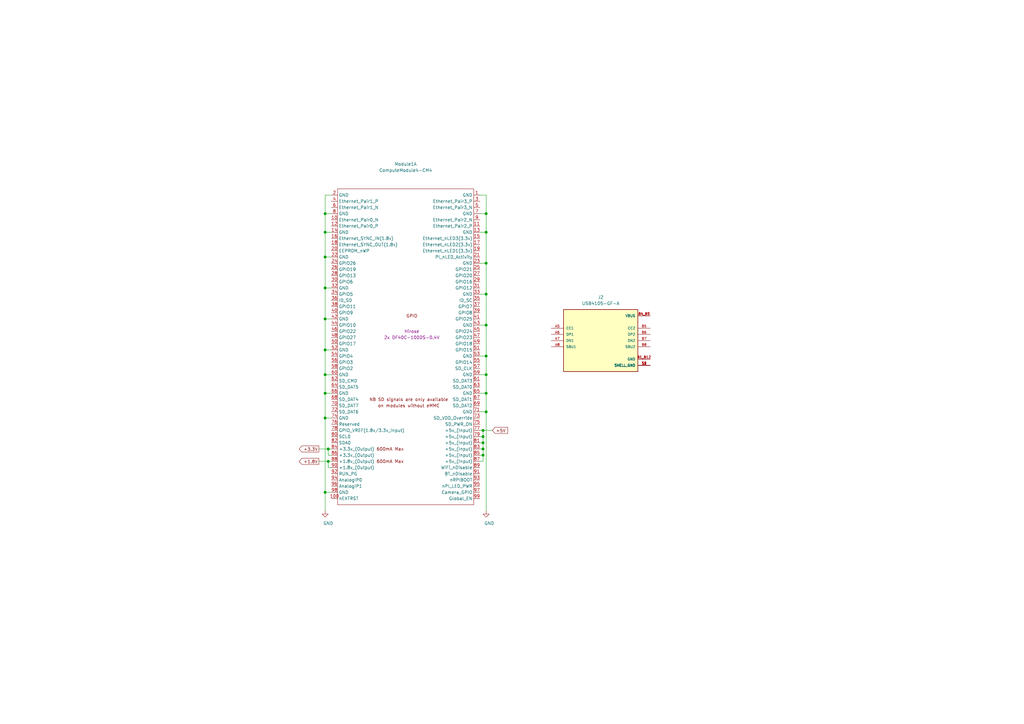
<source format=kicad_sch>
(kicad_sch (version 20230121) (generator eeschema)
  (paper "A3")
  (title_block (title "Raspberry Pi Compute Module 4 Carrier Board Prototype") (date "2023-06-21") (rev "v01") (comment 2 "creativecommons.org/licenses/by-sa/4.0") (comment 3 "License: CC BY 4.0") (comment 4 "Author: Iiro Karppanen"))
  (lib_symbols
    (symbol "CM4IO:ComputeModule4-CM4"
      (property "Reference" "Module" (at 113.03 -68.58 0))
      (property "Value" "ComputeModule4-CM4" (at 140.97 2.54 0))
      (property "Manufacturer" "Hirose" (at 0 0 0))
      (property "MPN" "2x DF40C-100DS-0.4V" (at 0 -2.54 0))
      (property "MPN (Alt)" "2x DF40HC(3.0)-100DS-0.4V" (at 0 0 0))
      (symbol "ComputeModule4-CM4_1_0"
        (text "GPIO" (at 0 6.35 0) (effects (font (size 1.27 1.27))))
      )
      (symbol "ComputeModule4-CM4_1_1"
        (rectangle (start -30.48 -71.12) (end 25.4 58.42))
        (text "600mA Max" (at -8.89 -53.34 0) (effects (font (size 1.27 1.27))))
        (text "600mA Max" (at -8.89 -48.26 0) (effects (font (size 1.27 1.27))))
        (text "NB SD signals are only available" (at -1.27 -27.94 0) (effects (font (size 1.27 1.27))))
        (text "on modules without eMMC" (at -1.27 -30.48 0) (effects (font (size 1.27 1.27))))
        (pin power_in line (at 27.94 55.88 180) (length 2.54) (name "GND") (number "1"))
        (pin passive line (at -33.02 45.72 0) (length 2.54) (name "Ethernet_Pair0_N") (number "10"))
        (pin output line (at -33.02 -68.58 0) (length 2.54) (name "nEXTRST") (number "100"))
        (pin passive line (at 27.94 43.18 180) (length 2.54) (name "Ethernet_Pair2_P") (number "11"))
        (pin passive line (at -33.02 43.18 0) (length 2.54) (name "Ethernet_Pair0_P") (number "12"))
        (pin power_in line (at 27.94 40.64 180) (length 2.54) (name "GND") (number "13"))
        (pin power_in line (at -33.02 40.64 0) (length 2.54) (name "GND") (number "14"))
        (pin output line (at 27.94 38.1 180) (length 2.54) (name "Ethernet_nLED3(3.3v)") (number "15"))
        (pin input line (at -33.02 38.1 0) (length 2.54) (name "Ethernet_SYNC_IN(1.8v)") (number "16"))
        (pin output line (at 27.94 35.56 180) (length 2.54) (name "Ethernet_nLED2(3.3v)") (number "17"))
        (pin input line (at -33.02 35.56 0) (length 2.54) (name "Ethernet_SYNC_OUT(1.8v)") (number "18"))
        (pin output line (at 27.94 33.02 180) (length 2.54) (name "Ethernet_nLED1(3.3v)") (number "19"))
        (pin power_in line (at -33.02 55.88 0) (length 2.54) (name "GND") (number "2"))
        (pin passive line (at -33.02 33.02 0) (length 2.54) (name "EEPROM_nWP") (number "20"))
        (pin open_collector line (at 27.94 30.48 180) (length 2.54) (name "PI_nLED_Activity") (number "21"))
        (pin power_in line (at -33.02 30.48 0) (length 2.54) (name "GND") (number "22"))
        (pin power_in line (at 27.94 27.94 180) (length 2.54) (name "GND") (number "23"))
        (pin passive line (at -33.02 27.94 0) (length 2.54) (name "GPIO26") (number "24"))
        (pin passive line (at 27.94 25.4 180) (length 2.54) (name "GPIO21") (number "25"))
        (pin passive line (at -33.02 25.4 0) (length 2.54) (name "GPIO19") (number "26"))
        (pin passive line (at 27.94 22.86 180) (length 2.54) (name "GPIO20") (number "27"))
        (pin passive line (at -33.02 22.86 0) (length 2.54) (name "GPIO13") (number "28"))
        (pin passive line (at 27.94 20.32 180) (length 2.54) (name "GPIO16") (number "29"))
        (pin passive line (at 27.94 53.34 180) (length 2.54) (name "Ethernet_Pair3_P") (number "3"))
        (pin passive line (at -33.02 20.32 0) (length 2.54) (name "GPIO6") (number "30"))
        (pin passive line (at 27.94 17.78 180) (length 2.54) (name "GPIO12") (number "31"))
        (pin power_in line (at -33.02 17.78 0) (length 2.54) (name "GND") (number "32"))
        (pin power_in line (at 27.94 15.24 180) (length 2.54) (name "GND") (number "33"))
        (pin passive line (at -33.02 15.24 0) (length 2.54) (name "GPIO5") (number "34"))
        (pin passive line (at 27.94 12.7 180) (length 2.54) (name "ID_SC") (number "35"))
        (pin passive line (at -33.02 12.7 0) (length 2.54) (name "ID_SD") (number "36"))
        (pin passive line (at 27.94 10.16 180) (length 2.54) (name "GPIO7") (number "37"))
        (pin passive line (at -33.02 10.16 0) (length 2.54) (name "GPIO11") (number "38"))
        (pin passive line (at 27.94 7.62 180) (length 2.54) (name "GPIO8") (number "39"))
        (pin passive line (at -33.02 53.34 0) (length 2.54) (name "Ethernet_Pair1_P") (number "4"))
        (pin passive line (at -33.02 7.62 0) (length 2.54) (name "GPIO9") (number "40"))
        (pin passive line (at 27.94 5.08 180) (length 2.54) (name "GPIO25") (number "41"))
        (pin power_in line (at -33.02 5.08 0) (length 2.54) (name "GND") (number "42"))
        (pin power_in line (at 27.94 2.54 180) (length 2.54) (name "GND") (number "43"))
        (pin passive line (at -33.02 2.54 0) (length 2.54) (name "GPIO10") (number "44"))
        (pin passive line (at 27.94 0 180) (length 2.54) (name "GPIO24") (number "45"))
        (pin passive line (at -33.02 0 0) (length 2.54) (name "GPIO22") (number "46"))
        (pin passive line (at 27.94 -2.54 180) (length 2.54) (name "GPIO23") (number "47"))
        (pin passive line (at -33.02 -2.54 0) (length 2.54) (name "GPIO27") (number "48"))
        (pin passive line (at 27.94 -5.08 180) (length 2.54) (name "GPIO18") (number "49"))
        (pin passive line (at 27.94 50.8 180) (length 2.54) (name "Ethernet_Pair3_N") (number "5"))
        (pin passive line (at -33.02 -5.08 0) (length 2.54) (name "GPIO17") (number "50"))
        (pin passive line (at 27.94 -7.62 180) (length 2.54) (name "GPIO15") (number "51"))
        (pin power_in line (at -33.02 -7.62 0) (length 2.54) (name "GND") (number "52"))
        (pin power_in line (at 27.94 -10.16 180) (length 2.54) (name "GND") (number "53"))
        (pin passive line (at -33.02 -10.16 0) (length 2.54) (name "GPIO4") (number "54"))
        (pin passive line (at 27.94 -12.7 180) (length 2.54) (name "GPIO14") (number "55"))
        (pin passive line (at -33.02 -12.7 0) (length 2.54) (name "GPIO3") (number "56"))
        (pin passive line (at 27.94 -15.24 180) (length 2.54) (name "SD_CLK") (number "57"))
        (pin passive line (at -33.02 -15.24 0) (length 2.54) (name "GPIO2") (number "58"))
        (pin power_in line (at 27.94 -17.78 180) (length 2.54) (name "GND") (number "59"))
        (pin passive line (at -33.02 50.8 0) (length 2.54) (name "Ethernet_Pair1_N") (number "6"))
        (pin power_in line (at -33.02 -17.78 0) (length 2.54) (name "GND") (number "60"))
        (pin passive line (at 27.94 -20.32 180) (length 2.54) (name "SD_DAT3") (number "61"))
        (pin passive line (at -33.02 -20.32 0) (length 2.54) (name "SD_CMD") (number "62"))
        (pin passive line (at 27.94 -22.86 180) (length 2.54) (name "SD_DAT0") (number "63"))
        (pin passive line (at -33.02 -22.86 0) (length 2.54) (name "SD_DAT5") (number "64"))
        (pin power_in line (at 27.94 -25.4 180) (length 2.54) (name "GND") (number "65"))
        (pin power_in line (at -33.02 -25.4 0) (length 2.54) (name "GND") (number "66"))
        (pin passive line (at 27.94 -27.94 180) (length 2.54) (name "SD_DAT1") (number "67"))
        (pin passive line (at -33.02 -27.94 0) (length 2.54) (name "SD_DAT4") (number "68"))
        (pin passive line (at 27.94 -30.48 180) (length 2.54) (name "SD_DAT2") (number "69"))
        (pin power_in line (at 27.94 48.26 180) (length 2.54) (name "GND") (number "7"))
        (pin passive line (at -33.02 -30.48 0) (length 2.54) (name "SD_DAT7") (number "70"))
        (pin power_in line (at 27.94 -33.02 180) (length 2.54) (name "GND") (number "71"))
        (pin passive line (at -33.02 -33.02 0) (length 2.54) (name "SD_DAT6") (number "72"))
        (pin input line (at 27.94 -35.56 180) (length 2.54) (name "SD_VDD_Override") (number "73"))
        (pin power_in line (at -33.02 -35.56 0) (length 2.54) (name "GND") (number "74"))
        (pin output line (at 27.94 -38.1 180) (length 2.54) (name "SD_PWR_ON") (number "75"))
        (pin passive line (at -33.02 -38.1 0) (length 2.54) (name "Reserved") (number "76"))
        (pin power_in line (at 27.94 -40.64 180) (length 2.54) (name "+5v_(Input)") (number "77"))
        (pin power_in line (at -33.02 -40.64 0) (length 2.54) (name "GPIO_VREF(1.8v/3.3v_Input)") (number "78"))
        (pin power_in line (at 27.94 -43.18 180) (length 2.54) (name "+5v_(Input)") (number "79"))
        (pin power_in line (at -33.02 48.26 0) (length 2.54) (name "GND") (number "8"))
        (pin passive line (at -33.02 -43.18 0) (length 2.54) (name "SCL0") (number "80"))
        (pin power_in line (at 27.94 -45.72 180) (length 2.54) (name "+5v_(Input)") (number "81"))
        (pin passive line (at -33.02 -45.72 0) (length 2.54) (name "SDA0") (number "82"))
        (pin power_in line (at 27.94 -48.26 180) (length 2.54) (name "+5v_(Input)") (number "83"))
        (pin power_out line (at -33.02 -48.26 0) (length 2.54) (name "+3.3v_(Output)") (number "84"))
        (pin power_in line (at 27.94 -50.8 180) (length 2.54) (name "+5v_(Input)") (number "85"))
        (pin power_out line (at -33.02 -50.8 0) (length 2.54) (name "+3.3v_(Output)") (number "86"))
        (pin power_in line (at 27.94 -53.34 180) (length 2.54) (name "+5v_(Input)") (number "87"))
        (pin power_out line (at -33.02 -53.34 0) (length 2.54) (name "+1.8v_(Output)") (number "88"))
        (pin power_in line (at 27.94 -55.88 180) (length 2.54) (name "WiFi_nDisable") (number "89"))
        (pin passive line (at 27.94 45.72 180) (length 2.54) (name "Ethernet_Pair2_N") (number "9"))
        (pin power_out line (at -33.02 -55.88 0) (length 2.54) (name "+1.8v_(Output)") (number "90"))
        (pin power_in line (at 27.94 -58.42 180) (length 2.54) (name "BT_nDisable") (number "91"))
        (pin passive line (at -33.02 -58.42 0) (length 2.54) (name "RUN_PG") (number "92"))
        (pin input line (at 27.94 -60.96 180) (length 2.54) (name "nRPIBOOT") (number "93"))
        (pin passive line (at -33.02 -60.96 0) (length 2.54) (name "AnalogIP0") (number "94"))
        (pin output line (at 27.94 -63.5 180) (length 2.54) (name "nPI_LED_PWR") (number "95"))
        (pin passive line (at -33.02 -63.5 0) (length 2.54) (name "AnalogIP1") (number "96"))
        (pin passive line (at 27.94 -66.04 180) (length 2.54) (name "Camera_GPIO") (number "97"))
        (pin power_in line (at -33.02 -66.04 0) (length 2.54) (name "GND") (number "98"))
        (pin input line (at 27.94 -68.58 180) (length 2.54) (name "Global_EN") (number "99"))
      )
      (symbol "ComputeModule4-CM4_2_1"
        (rectangle (start 114.3 -66.04) (end 165.1 63.5))
        (text "High Speed Serial" (at 140.97 0 0) (effects (font (size 1.27 1.27))))
        (pin input line (at 170.18 60.96 180) (length 5.08) (name "USB_OTG_ID") (number "101"))
        (pin input line (at 109.22 60.96 0) (length 5.08) (name "PCIe_CLK_nREQ") (number "102"))
        (pin passive line (at 170.18 58.42 180) (length 5.08) (name "USB2_N") (number "103"))
        (pin passive line (at 109.22 58.42 0) (length 5.08) (name "Reserved") (number "104"))
        (pin passive line (at 170.18 55.88 180) (length 5.08) (name "USB2_P") (number "105"))
        (pin passive line (at 109.22 55.88 0) (length 5.08) (name "Reserved") (number "106"))
        (pin power_in line (at 170.18 53.34 180) (length 5.08) (name "GND") (number "107"))
        (pin power_in line (at 109.22 53.34 0) (length 5.08) (name "GND") (number "108"))
        (pin bidirectional line (at 170.18 50.8 180) (length 5.08) (name "PCIe_nRST") (number "109"))
        (pin output line (at 109.22 50.8 0) (length 5.08) (name "PCIe_CLK_P") (number "110"))
        (pin passive line (at 170.18 48.26 180) (length 5.08) (name "VDAC_COMP") (number "111"))
        (pin output line (at 109.22 48.26 0) (length 5.08) (name "PCIe_CLK_N") (number "112"))
        (pin power_in line (at 170.18 45.72 180) (length 5.08) (name "GND") (number "113"))
        (pin power_in line (at 109.22 45.72 0) (length 5.08) (name "GND") (number "114"))
        (pin input line (at 170.18 43.18 180) (length 5.08) (name "CAM1_D0_N") (number "115"))
        (pin input line (at 109.22 43.18 0) (length 5.08) (name "PCIe_RX_P") (number "116"))
        (pin input line (at 170.18 40.64 180) (length 5.08) (name "CAM1_D0_P") (number "117"))
        (pin input line (at 109.22 40.64 0) (length 5.08) (name "PCIe_RX_N") (number "118"))
        (pin power_in line (at 170.18 38.1 180) (length 5.08) (name "GND") (number "119"))
        (pin power_in line (at 109.22 38.1 0) (length 5.08) (name "GND") (number "120"))
        (pin input line (at 170.18 35.56 180) (length 5.08) (name "CAM1_D1_N") (number "121"))
        (pin output line (at 109.22 35.56 0) (length 5.08) (name "PCIe_TX_P") (number "122"))
        (pin input line (at 170.18 33.02 180) (length 5.08) (name "CAM1_D1_P") (number "123"))
        (pin output line (at 109.22 33.02 0) (length 5.08) (name "PCIe_TX_N") (number "124"))
        (pin power_in line (at 170.18 30.48 180) (length 5.08) (name "GND") (number "125"))
        (pin power_in line (at 109.22 30.48 0) (length 5.08) (name "GND") (number "126"))
        (pin input line (at 170.18 27.94 180) (length 5.08) (name "CAM1_C_N") (number "127"))
        (pin input line (at 109.22 27.94 0) (length 5.08) (name "CAM0_D0_N") (number "128"))
        (pin input line (at 170.18 25.4 180) (length 5.08) (name "CAM1_C_P") (number "129"))
        (pin input line (at 109.22 25.4 0) (length 5.08) (name "CAM0_D0_P") (number "130"))
        (pin power_in line (at 170.18 22.86 180) (length 5.08) (name "GND") (number "131"))
        (pin power_in line (at 109.22 22.86 0) (length 5.08) (name "GND") (number "132"))
        (pin input line (at 170.18 20.32 180) (length 5.08) (name "CAM1_D2_N") (number "133"))
        (pin input line (at 109.22 20.32 0) (length 5.08) (name "CAM0_D1_N") (number "134"))
        (pin input line (at 170.18 17.78 180) (length 5.08) (name "CAM1_D2_P") (number "135"))
        (pin input line (at 109.22 17.78 0) (length 5.08) (name "CAM0_D1_P") (number "136"))
        (pin power_in line (at 170.18 15.24 180) (length 5.08) (name "GND") (number "137"))
        (pin power_in line (at 109.22 15.24 0) (length 5.08) (name "GND") (number "138"))
        (pin input line (at 170.18 12.7 180) (length 5.08) (name "CAM1_D3_N") (number "139"))
        (pin input line (at 109.22 12.7 0) (length 5.08) (name "CAM0_C_N") (number "140"))
        (pin input line (at 170.18 10.16 180) (length 5.08) (name "CAM1_D3_P") (number "141"))
        (pin input line (at 109.22 10.16 0) (length 5.08) (name "CAM0_C_P") (number "142"))
        (pin input line (at 170.18 7.62 180) (length 5.08) (name "HDMI1_HOTPLUG") (number "143"))
        (pin power_in line (at 109.22 7.62 0) (length 5.08) (name "GND") (number "144"))
        (pin bidirectional line (at 170.18 5.08 180) (length 5.08) (name "HDMI1_SDA") (number "145"))
        (pin output line (at 109.22 5.08 0) (length 5.08) (name "HDMI1_TX2_P") (number "146"))
        (pin open_collector line (at 170.18 2.54 180) (length 5.08) (name "HDMI1_SCL") (number "147"))
        (pin output line (at 109.22 2.54 0) (length 5.08) (name "HDMI1_TX2_N") (number "148"))
        (pin open_collector line (at 170.18 0 180) (length 5.08) (name "HDMI1_CEC") (number "149"))
        (pin power_in line (at 109.22 0 0) (length 5.08) (name "GND") (number "150"))
        (pin open_collector line (at 170.18 -2.54 180) (length 5.08) (name "HDMI0_CEC") (number "151"))
        (pin output line (at 109.22 -2.54 0) (length 5.08) (name "HDMI1_TX1_P") (number "152"))
        (pin input line (at 170.18 -5.08 180) (length 5.08) (name "HDMI0_HOTPLUG") (number "153"))
        (pin output line (at 109.22 -5.08 0) (length 5.08) (name "HDMI1_TX1_N") (number "154"))
        (pin power_in line (at 170.18 -7.62 180) (length 5.08) (name "GND") (number "155"))
        (pin power_in line (at 109.22 -7.62 0) (length 5.08) (name "GND") (number "156"))
        (pin output line (at 170.18 -10.16 180) (length 5.08) (name "DSI0_D0_N") (number "157"))
        (pin output line (at 109.22 -10.16 0) (length 5.08) (name "HDMI1_TX0_P") (number "158"))
        (pin output line (at 170.18 -12.7 180) (length 5.08) (name "DSI0_D0_P") (number "159"))
        (pin output line (at 109.22 -12.7 0) (length 5.08) (name "HDMI1_TX0_N") (number "160"))
        (pin power_in line (at 170.18 -15.24 180) (length 5.08) (name "GND") (number "161"))
        (pin power_in line (at 109.22 -15.24 0) (length 5.08) (name "GND") (number "162"))
        (pin output line (at 170.18 -17.78 180) (length 5.08) (name "DSI0_D1_N") (number "163"))
        (pin output line (at 109.22 -17.78 0) (length 5.08) (name "HDMI1_CLK_P") (number "164"))
        (pin output line (at 170.18 -20.32 180) (length 5.08) (name "DSI0_D1_P") (number "165"))
        (pin output line (at 109.22 -20.32 0) (length 5.08) (name "HDMI1_CLK_N") (number "166"))
        (pin power_in line (at 170.18 -22.86 180) (length 5.08) (name "GND") (number "167"))
        (pin power_in line (at 109.22 -22.86 0) (length 5.08) (name "GND") (number "168"))
        (pin output line (at 170.18 -25.4 180) (length 5.08) (name "DSI0_C_N") (number "169"))
        (pin output line (at 109.22 -25.4 0) (length 5.08) (name "HDMI0_TX2_P") (number "170"))
        (pin output line (at 170.18 -27.94 180) (length 5.08) (name "DSI0_C_P") (number "171"))
        (pin output line (at 109.22 -27.94 0) (length 5.08) (name "HDMI0_TX2_N") (number "172"))
        (pin power_in line (at 170.18 -30.48 180) (length 5.08) (name "GND") (number "173"))
        (pin power_in line (at 109.22 -30.48 0) (length 5.08) (name "GND") (number "174"))
        (pin output line (at 170.18 -33.02 180) (length 5.08) (name "DSI1_D0_N") (number "175"))
        (pin output line (at 109.22 -33.02 0) (length 5.08) (name "HDMI0_TX1_P") (number "176"))
        (pin output line (at 170.18 -35.56 180) (length 5.08) (name "DSI1_D0_P") (number "177"))
        (pin output line (at 109.22 -35.56 0) (length 5.08) (name "HDMI0_TX1_N") (number "178"))
        (pin power_in line (at 170.18 -38.1 180) (length 5.08) (name "GND") (number "179"))
        (pin power_in line (at 109.22 -38.1 0) (length 5.08) (name "GND") (number "180"))
        (pin output line (at 170.18 -40.64 180) (length 5.08) (name "DSI1_D1_N") (number "181"))
        (pin output line (at 109.22 -40.64 0) (length 5.08) (name "HDMI0_TX0_P") (number "182"))
        (pin output line (at 170.18 -43.18 180) (length 5.08) (name "DSI1_D1_P") (number "183"))
        (pin output line (at 109.22 -43.18 0) (length 5.08) (name "HDMI0_TX0_N") (number "184"))
        (pin power_in line (at 170.18 -45.72 180) (length 5.08) (name "GND") (number "185"))
        (pin power_in line (at 109.22 -45.72 0) (length 5.08) (name "GND") (number "186"))
        (pin output line (at 170.18 -48.26 180) (length 5.08) (name "DSI1_C_N") (number "187"))
        (pin output line (at 109.22 -48.26 0) (length 5.08) (name "HDMI0_CLK_P") (number "188"))
        (pin output line (at 170.18 -50.8 180) (length 5.08) (name "DSI1_C_P") (number "189"))
        (pin output line (at 109.22 -50.8 0) (length 5.08) (name "HDMI0_CLK_N") (number "190"))
        (pin power_in line (at 170.18 -53.34 180) (length 5.08) (name "GND") (number "191"))
        (pin power_in line (at 109.22 -53.34 0) (length 5.08) (name "GND") (number "192"))
        (pin output line (at 170.18 -55.88 180) (length 5.08) (name "DSI1_D2_N") (number "193"))
        (pin output line (at 109.22 -55.88 0) (length 5.08) (name "DSI1_D3_N") (number "194"))
        (pin output line (at 170.18 -58.42 180) (length 5.08) (name "DSI1_D2_P") (number "195"))
        (pin output line (at 109.22 -58.42 0) (length 5.08) (name "DSI1_D3_P") (number "196"))
        (pin power_in line (at 170.18 -60.96 180) (length 5.08) (name "GND") (number "197"))
        (pin power_in line (at 109.22 -60.96 0) (length 5.08) (name "GND") (number "198"))
        (pin bidirectional line (at 170.18 -63.5 180) (length 5.08) (name "HDMI0_SDA") (number "199"))
        (pin open_collector line (at 109.22 -63.5 0) (length 5.08) (name "HDMI0_SCL") (number "200"))
      )
    )
    (symbol "USB4105-GF-A:USB4105-GF-A" (pin_names (offset 1.016))
      (property "Reference" "J" (at -15.24 13.97 0))
      (property "Value" "USB4105-GF-A" (at -15.24 -15.24 0))
      (symbol "USB4105-GF-A_0_0"
        (rectangle (start -15.24 -12.7) (end 15.24 12.7) (stroke (width 0.254)) (fill (type background)))
        (pin power_in line (at 20.32 -7.62 180) (length 5.08) (name "GND") (number "A1_B12"))
        (pin power_in line (at 20.32 10.16 180) (length 5.08) (name "VBUS") (number "A4_B9"))
        (pin bidirectional line (at -20.32 5.08 0) (length 5.08) (name "CC1") (number "A5"))
        (pin bidirectional line (at -20.32 2.54 0) (length 5.08) (name "DP1") (number "A6"))
        (pin bidirectional line (at -20.32 0 0) (length 5.08) (name "DN1") (number "A7"))
        (pin bidirectional line (at -20.32 -2.54 0) (length 5.08) (name "SBU1") (number "A8"))
        (pin power_in line (at 20.32 -7.62 180) (length 5.08) (name "GND") (number "B1_A12"))
        (pin power_in line (at 20.32 10.16 180) (length 5.08) (name "VBUS") (number "B4_A9"))
        (pin bidirectional line (at 20.32 5.08 180) (length 5.08) (name "CC2") (number "B5"))
        (pin bidirectional line (at 20.32 2.54 180) (length 5.08) (name "DP2") (number "B6"))
        (pin bidirectional line (at 20.32 0 180) (length 5.08) (name "DN2") (number "B7"))
        (pin bidirectional line (at 20.32 -2.54 180) (length 5.08) (name "SBU2") (number "B8"))
        (pin power_in line (at 20.32 -10.16 180) (length 5.08) (name "SHELL_GND") (number "S1"))
        (pin power_in line (at 20.32 -10.16 180) (length 5.08) (name "SHELL_GND") (number "S2"))
        (pin power_in line (at 20.32 -10.16 180) (length 5.08) (name "SHELL_GND") (number "S3"))
        (pin power_in line (at 20.32 -10.16 180) (length 5.08) (name "SHELL_GND") (number "S4"))
      )
    )
    (symbol "power:GND" (power) (pin_names (offset 0))
      (property "Value" "GND" (at 0 -3.81 0))
      (symbol "GND_0_1"
        (polyline (pts (xy 0 0) (xy 0 -1.27) (xy 1.27 -1.27) (xy 0 -2.54) (xy -1.27 -1.27) (xy 0 -1.27)))
      )
      (symbol "GND_1_1"
        (pin power_in line (at 0 0 270) (length 0) hide (name "GND") (number "1"))
      )
    )
  )
  (junction (at 133.35 105.41) (diameter 1.016))
  (junction (at 133.35 171.45) (diameter 1.016))
  (junction (at 199.39 120.65) (diameter 1.016))
  (junction (at 199.39 146.05) (diameter 1.016))
  (junction (at 198.12 186.69) (diameter 1.016))
  (junction (at 198.12 181.61) (diameter 1.016))
  (junction (at 199.39 107.95) (diameter 1.016))
  (junction (at 133.35 130.81) (diameter 1.016))
  (junction (at 134.62 189.23) (diameter 1.016))
  (junction (at 198.12 184.15) (diameter 1.016))
  (junction (at 133.35 201.93) (diameter 1.016))
  (junction (at 133.35 153.67) (diameter 1.016))
  (junction (at 199.39 133.35) (diameter 1.016))
  (junction (at 199.39 161.29) (diameter 1.016))
  (junction (at 198.12 179.07) (diameter 1.016))
  (junction (at 134.62 184.15) (diameter 1.016))
  (junction (at 199.39 95.25) (diameter 1.016))
  (junction (at 133.35 95.25) (diameter 1.016))
  (junction (at 198.12 176.53) (diameter 1.016))
  (junction (at 133.35 87.63) (diameter 1.016))
  (junction (at 133.35 161.29) (diameter 1.016))
  (junction (at 133.35 118.11) (diameter 1.016))
  (junction (at 199.39 168.91) (diameter 1.016))
  (junction (at 199.39 153.67) (diameter 1.016))
  (junction (at 199.39 87.63) (diameter 1.016))
  (junction (at 133.35 143.51) (diameter 1.016))
  (wire (pts (xy 196.85 107.95) (xy 199.39 107.95)))
  (wire (pts (xy 196.85 186.69) (xy 198.12 186.69)))
  (wire (pts (xy 196.85 87.63) (xy 199.39 87.63)))
  (wire (pts (xy 196.85 120.65) (xy 199.39 120.65)))
  (wire (pts (xy 196.85 179.07) (xy 198.12 179.07)))
  (wire (pts (xy 198.12 181.61) (xy 198.12 179.07)))
  (wire (pts (xy 134.62 191.77) (xy 134.62 189.23)))
  (wire (pts (xy 196.85 189.23) (xy 198.12 189.23)))
  (wire (pts (xy 199.39 80.01) (xy 199.39 87.63)))
  (wire (pts (xy 134.62 184.15) (xy 135.89 184.15)))
  (wire (pts (xy 133.35 171.45) (xy 133.35 201.93)))
  (wire (pts (xy 199.39 168.91) (xy 199.39 209.55)))
  (wire (pts (xy 196.85 95.25) (xy 199.39 95.25)))
  (wire (pts (xy 196.85 181.61) (xy 198.12 181.61)))
  (wire (pts (xy 133.35 87.63) (xy 135.89 87.63)))
  (wire (pts (xy 133.35 118.11) (xy 133.35 130.81)))
  (wire (pts (xy 199.39 161.29) (xy 199.39 168.91)))
  (wire (pts (xy 198.12 179.07) (xy 198.12 176.53)))
  (wire (pts (xy 199.39 87.63) (xy 199.39 95.25)))
  (wire (pts (xy 133.35 130.81) (xy 135.89 130.81)))
  (wire (pts (xy 130.81 184.15) (xy 134.62 184.15)))
  (wire (pts (xy 196.85 133.35) (xy 199.39 133.35)))
  (wire (pts (xy 133.35 161.29) (xy 135.89 161.29)))
  (wire (pts (xy 133.35 143.51) (xy 133.35 153.67)))
  (wire (pts (xy 134.62 186.69) (xy 134.62 184.15)))
  (wire (pts (xy 133.35 80.01) (xy 133.35 87.63)))
  (wire (pts (xy 133.35 118.11) (xy 135.89 118.11)))
  (wire (pts (xy 133.35 105.41) (xy 135.89 105.41)))
  (wire (pts (xy 133.35 153.67) (xy 133.35 161.29)))
  (wire (pts (xy 199.39 95.25) (xy 199.39 107.95)))
  (wire (pts (xy 199.39 107.95) (xy 199.39 120.65)))
  (wire (pts (xy 133.35 87.63) (xy 133.35 95.25)))
  (wire (pts (xy 199.39 146.05) (xy 199.39 153.67)))
  (wire (pts (xy 199.39 120.65) (xy 199.39 133.35)))
  (wire (pts (xy 198.12 176.53) (xy 201.93 176.53)))
  (wire (pts (xy 196.85 184.15) (xy 198.12 184.15)))
  (wire (pts (xy 196.85 146.05) (xy 199.39 146.05)))
  (wire (pts (xy 135.89 191.77) (xy 134.62 191.77)))
  (wire (pts (xy 133.35 105.41) (xy 133.35 118.11)))
  (wire (pts (xy 130.81 189.23) (xy 134.62 189.23)))
  (wire (pts (xy 133.35 171.45) (xy 135.89 171.45)))
  (wire (pts (xy 133.35 201.93) (xy 135.89 201.93)))
  (wire (pts (xy 133.35 153.67) (xy 135.89 153.67)))
  (wire (pts (xy 134.62 189.23) (xy 135.89 189.23)))
  (wire (pts (xy 196.85 176.53) (xy 198.12 176.53)))
  (wire (pts (xy 133.35 143.51) (xy 135.89 143.51)))
  (wire (pts (xy 135.89 80.01) (xy 133.35 80.01)))
  (wire (pts (xy 198.12 189.23) (xy 198.12 186.69)))
  (wire (pts (xy 196.85 153.67) (xy 199.39 153.67)))
  (wire (pts (xy 196.85 168.91) (xy 199.39 168.91)))
  (wire (pts (xy 198.12 186.69) (xy 198.12 184.15)))
  (wire (pts (xy 133.35 130.81) (xy 133.35 143.51)))
  (wire (pts (xy 198.12 184.15) (xy 198.12 181.61)))
  (wire (pts (xy 196.85 161.29) (xy 199.39 161.29)))
  (wire (pts (xy 133.35 95.25) (xy 133.35 105.41)))
  (wire (pts (xy 133.35 161.29) (xy 133.35 171.45)))
  (wire (pts (xy 196.85 80.01) (xy 199.39 80.01)))
  (wire (pts (xy 133.35 95.25) (xy 135.89 95.25)))
  (wire (pts (xy 133.35 201.93) (xy 133.35 209.55)))
  (wire (pts (xy 199.39 153.67) (xy 199.39 161.29)))
  (wire (pts (xy 199.39 133.35) (xy 199.39 146.05)))
  (wire (pts (xy 135.89 186.69) (xy 134.62 186.69)))
  (global_label "+1.8V" (shape output) (at 130.81 189.23 180) (property "Intersheetrefs" "${INTERSHEET_REFS}" (effects hide)))
  (global_label "+5V" (shape input) (at 201.93 176.53 0) (property "Intersheetrefs" "${INTERSHEET_REFS}" (effects hide)))
  (global_label "+3.3V" (shape output) (at 130.81 184.15 180) (property "Intersheetrefs" "${INTERSHEET_REFS}" (effects hide)))
  (symbol (lib_id "power:GND") (at 133.35 209.55 0) (unit 1)
    (property "Reference" "#PWR?" (effects hide))
    (property "Value" "GND" (at 134.62 214.63 0))
  )
  (symbol (lib_id "power:GND") (at 199.39 209.55 0) (unit 1)
    (property "Reference" "#PWR?" (effects hide))
    (property "Value" "GND" (at 200.66 214.63 0))
  )
  (symbol (lib_id "USB4105-GF-A:USB4105-GF-A") (at 246.38 139.7 0) (unit 1)
    (property "Reference" "J2" (at 246.38 121.92 0))
    (property "Value" "USB4105-GF-A" (at 246.38 124.46 0))
    (property "Footprint" "GCT_USB4105-GF-A" (effects hide))
    (property "PARTREV" "A3" (effects hide))
    (property "STANDARD" "Manufacturer Recommendations" (effects hide))
    (property "MAXIMUM_PACKAGE_HEIGHT" "3.31 mm" (effects hide))
    (property "MANUFACTURER" "GCT" (effects hide))
  )
  (symbol (lib_id "CM4IO:ComputeModule4-CM4") (at 168.91 135.89 0) (unit 1)
    (property "Reference" "Module1" (at 166.37 67.31 0))
    (property "Value" "ComputeModule4-CM4" (at 166.37 69.85 0))
    (property "Footprint" "CM4IO:Raspberry-Pi-4-Compute-Module" (effects hide))
    (property "Manufacturer" "Hirose" (at 168.91 135.89 0))
    (property "MPN" "2x DF40C-100DS-0.4V" (at 168.91 138.43 0))
    (property "Digi-Key_PN" "2x H11615CT-ND" (effects hide))
    (property "Digi-Key_PN (Alt)" "2x H124602CT-ND" (effects hide))
  )
)
</source>
